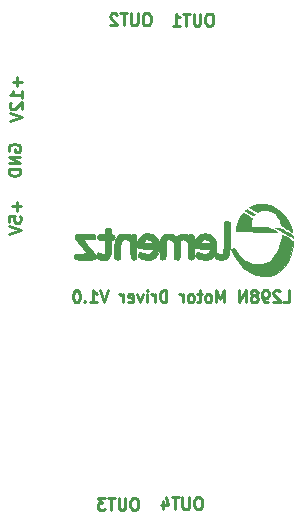
<source format=gbr>
G04 #@! TF.GenerationSoftware,KiCad,Pcbnew,5.1.5-52549c5~86~ubuntu16.04.1*
G04 #@! TF.CreationDate,2020-07-28T14:01:40+05:30*
G04 #@! TF.ProjectId,L298N_Motor_Driver_V1.0,4c323938-4e5f-44d6-9f74-6f725f447269,V1.0*
G04 #@! TF.SameCoordinates,Original*
G04 #@! TF.FileFunction,Legend,Bot*
G04 #@! TF.FilePolarity,Positive*
%FSLAX46Y46*%
G04 Gerber Fmt 4.6, Leading zero omitted, Abs format (unit mm)*
G04 Created by KiCad (PCBNEW 5.1.5-52549c5~86~ubuntu16.04.1) date 2020-07-28 14:01:40*
%MOMM*%
%LPD*%
G04 APERTURE LIST*
%ADD10C,0.250000*%
%ADD11C,0.010000*%
G04 APERTURE END LIST*
D10*
X142932657Y-95600780D02*
X143408847Y-95600780D01*
X143408847Y-94600780D01*
X142646942Y-94696019D02*
X142599323Y-94648400D01*
X142504085Y-94600780D01*
X142265990Y-94600780D01*
X142170752Y-94648400D01*
X142123133Y-94696019D01*
X142075514Y-94791257D01*
X142075514Y-94886495D01*
X142123133Y-95029352D01*
X142694561Y-95600780D01*
X142075514Y-95600780D01*
X141599323Y-95600780D02*
X141408847Y-95600780D01*
X141313609Y-95553161D01*
X141265990Y-95505542D01*
X141170752Y-95362685D01*
X141123133Y-95172209D01*
X141123133Y-94791257D01*
X141170752Y-94696019D01*
X141218371Y-94648400D01*
X141313609Y-94600780D01*
X141504085Y-94600780D01*
X141599323Y-94648400D01*
X141646942Y-94696019D01*
X141694561Y-94791257D01*
X141694561Y-95029352D01*
X141646942Y-95124590D01*
X141599323Y-95172209D01*
X141504085Y-95219828D01*
X141313609Y-95219828D01*
X141218371Y-95172209D01*
X141170752Y-95124590D01*
X141123133Y-95029352D01*
X140551704Y-95029352D02*
X140646942Y-94981733D01*
X140694561Y-94934114D01*
X140742180Y-94838876D01*
X140742180Y-94791257D01*
X140694561Y-94696019D01*
X140646942Y-94648400D01*
X140551704Y-94600780D01*
X140361228Y-94600780D01*
X140265990Y-94648400D01*
X140218371Y-94696019D01*
X140170752Y-94791257D01*
X140170752Y-94838876D01*
X140218371Y-94934114D01*
X140265990Y-94981733D01*
X140361228Y-95029352D01*
X140551704Y-95029352D01*
X140646942Y-95076971D01*
X140694561Y-95124590D01*
X140742180Y-95219828D01*
X140742180Y-95410304D01*
X140694561Y-95505542D01*
X140646942Y-95553161D01*
X140551704Y-95600780D01*
X140361228Y-95600780D01*
X140265990Y-95553161D01*
X140218371Y-95505542D01*
X140170752Y-95410304D01*
X140170752Y-95219828D01*
X140218371Y-95124590D01*
X140265990Y-95076971D01*
X140361228Y-95029352D01*
X139742180Y-95600780D02*
X139742180Y-94600780D01*
X139170752Y-95600780D01*
X139170752Y-94600780D01*
X137932657Y-95600780D02*
X137932657Y-94600780D01*
X137599323Y-95315066D01*
X137265990Y-94600780D01*
X137265990Y-95600780D01*
X136646942Y-95600780D02*
X136742180Y-95553161D01*
X136789800Y-95505542D01*
X136837419Y-95410304D01*
X136837419Y-95124590D01*
X136789800Y-95029352D01*
X136742180Y-94981733D01*
X136646942Y-94934114D01*
X136504085Y-94934114D01*
X136408847Y-94981733D01*
X136361228Y-95029352D01*
X136313609Y-95124590D01*
X136313609Y-95410304D01*
X136361228Y-95505542D01*
X136408847Y-95553161D01*
X136504085Y-95600780D01*
X136646942Y-95600780D01*
X136027895Y-94934114D02*
X135646942Y-94934114D01*
X135885038Y-94600780D02*
X135885038Y-95457923D01*
X135837419Y-95553161D01*
X135742180Y-95600780D01*
X135646942Y-95600780D01*
X135170752Y-95600780D02*
X135265990Y-95553161D01*
X135313609Y-95505542D01*
X135361228Y-95410304D01*
X135361228Y-95124590D01*
X135313609Y-95029352D01*
X135265990Y-94981733D01*
X135170752Y-94934114D01*
X135027895Y-94934114D01*
X134932657Y-94981733D01*
X134885038Y-95029352D01*
X134837419Y-95124590D01*
X134837419Y-95410304D01*
X134885038Y-95505542D01*
X134932657Y-95553161D01*
X135027895Y-95600780D01*
X135170752Y-95600780D01*
X134408847Y-95600780D02*
X134408847Y-94934114D01*
X134408847Y-95124590D02*
X134361228Y-95029352D01*
X134313609Y-94981733D01*
X134218371Y-94934114D01*
X134123133Y-94934114D01*
X133027895Y-95600780D02*
X133027895Y-94600780D01*
X132789800Y-94600780D01*
X132646942Y-94648400D01*
X132551704Y-94743638D01*
X132504085Y-94838876D01*
X132456466Y-95029352D01*
X132456466Y-95172209D01*
X132504085Y-95362685D01*
X132551704Y-95457923D01*
X132646942Y-95553161D01*
X132789800Y-95600780D01*
X133027895Y-95600780D01*
X132027895Y-95600780D02*
X132027895Y-94934114D01*
X132027895Y-95124590D02*
X131980276Y-95029352D01*
X131932657Y-94981733D01*
X131837419Y-94934114D01*
X131742180Y-94934114D01*
X131408847Y-95600780D02*
X131408847Y-94934114D01*
X131408847Y-94600780D02*
X131456466Y-94648400D01*
X131408847Y-94696019D01*
X131361228Y-94648400D01*
X131408847Y-94600780D01*
X131408847Y-94696019D01*
X131027895Y-94934114D02*
X130789800Y-95600780D01*
X130551704Y-94934114D01*
X129789800Y-95553161D02*
X129885038Y-95600780D01*
X130075514Y-95600780D01*
X130170752Y-95553161D01*
X130218371Y-95457923D01*
X130218371Y-95076971D01*
X130170752Y-94981733D01*
X130075514Y-94934114D01*
X129885038Y-94934114D01*
X129789800Y-94981733D01*
X129742180Y-95076971D01*
X129742180Y-95172209D01*
X130218371Y-95267447D01*
X129313609Y-95600780D02*
X129313609Y-94934114D01*
X129313609Y-95124590D02*
X129265990Y-95029352D01*
X129218371Y-94981733D01*
X129123133Y-94934114D01*
X129027895Y-94934114D01*
X128075514Y-94600780D02*
X127742180Y-95600780D01*
X127408847Y-94600780D01*
X126551704Y-95600780D02*
X127123133Y-95600780D01*
X126837419Y-95600780D02*
X126837419Y-94600780D01*
X126932657Y-94743638D01*
X127027895Y-94838876D01*
X127123133Y-94886495D01*
X126123133Y-95505542D02*
X126075514Y-95553161D01*
X126123133Y-95600780D01*
X126170752Y-95553161D01*
X126123133Y-95505542D01*
X126123133Y-95600780D01*
X125456466Y-94600780D02*
X125361228Y-94600780D01*
X125265990Y-94648400D01*
X125218371Y-94696019D01*
X125170752Y-94791257D01*
X125123133Y-94981733D01*
X125123133Y-95219828D01*
X125170752Y-95410304D01*
X125218371Y-95505542D01*
X125265990Y-95553161D01*
X125361228Y-95600780D01*
X125456466Y-95600780D01*
X125551704Y-95553161D01*
X125599323Y-95505542D01*
X125646942Y-95410304D01*
X125694561Y-95219828D01*
X125694561Y-94981733D01*
X125646942Y-94791257D01*
X125599323Y-94696019D01*
X125551704Y-94648400D01*
X125456466Y-94600780D01*
X135816790Y-112126780D02*
X135626314Y-112126780D01*
X135531076Y-112174400D01*
X135435838Y-112269638D01*
X135388219Y-112460114D01*
X135388219Y-112793447D01*
X135435838Y-112983923D01*
X135531076Y-113079161D01*
X135626314Y-113126780D01*
X135816790Y-113126780D01*
X135912028Y-113079161D01*
X136007266Y-112983923D01*
X136054885Y-112793447D01*
X136054885Y-112460114D01*
X136007266Y-112269638D01*
X135912028Y-112174400D01*
X135816790Y-112126780D01*
X134959647Y-112126780D02*
X134959647Y-112936304D01*
X134912028Y-113031542D01*
X134864409Y-113079161D01*
X134769171Y-113126780D01*
X134578695Y-113126780D01*
X134483457Y-113079161D01*
X134435838Y-113031542D01*
X134388219Y-112936304D01*
X134388219Y-112126780D01*
X134054885Y-112126780D02*
X133483457Y-112126780D01*
X133769171Y-113126780D02*
X133769171Y-112126780D01*
X132721552Y-112460114D02*
X132721552Y-113126780D01*
X132959647Y-112079161D02*
X133197742Y-112793447D01*
X132578695Y-112793447D01*
X130406590Y-112202980D02*
X130216114Y-112202980D01*
X130120876Y-112250600D01*
X130025638Y-112345838D01*
X129978019Y-112536314D01*
X129978019Y-112869647D01*
X130025638Y-113060123D01*
X130120876Y-113155361D01*
X130216114Y-113202980D01*
X130406590Y-113202980D01*
X130501828Y-113155361D01*
X130597066Y-113060123D01*
X130644685Y-112869647D01*
X130644685Y-112536314D01*
X130597066Y-112345838D01*
X130501828Y-112250600D01*
X130406590Y-112202980D01*
X129549447Y-112202980D02*
X129549447Y-113012504D01*
X129501828Y-113107742D01*
X129454209Y-113155361D01*
X129358971Y-113202980D01*
X129168495Y-113202980D01*
X129073257Y-113155361D01*
X129025638Y-113107742D01*
X128978019Y-113012504D01*
X128978019Y-112202980D01*
X128644685Y-112202980D02*
X128073257Y-112202980D01*
X128358971Y-113202980D02*
X128358971Y-112202980D01*
X127835161Y-112202980D02*
X127216114Y-112202980D01*
X127549447Y-112583933D01*
X127406590Y-112583933D01*
X127311352Y-112631552D01*
X127263733Y-112679171D01*
X127216114Y-112774409D01*
X127216114Y-113012504D01*
X127263733Y-113107742D01*
X127311352Y-113155361D01*
X127406590Y-113202980D01*
X127692304Y-113202980D01*
X127787542Y-113155361D01*
X127835161Y-113107742D01*
X120340428Y-87106285D02*
X120340428Y-87868190D01*
X120721380Y-87487238D02*
X119959476Y-87487238D01*
X119721380Y-88820571D02*
X119721380Y-88344380D01*
X120197571Y-88296761D01*
X120149952Y-88344380D01*
X120102333Y-88439619D01*
X120102333Y-88677714D01*
X120149952Y-88772952D01*
X120197571Y-88820571D01*
X120292809Y-88868190D01*
X120530904Y-88868190D01*
X120626142Y-88820571D01*
X120673761Y-88772952D01*
X120721380Y-88677714D01*
X120721380Y-88439619D01*
X120673761Y-88344380D01*
X120626142Y-88296761D01*
X119721380Y-89153904D02*
X120721380Y-89487238D01*
X119721380Y-89820571D01*
X119718200Y-82804095D02*
X119670580Y-82708857D01*
X119670580Y-82566000D01*
X119718200Y-82423142D01*
X119813438Y-82327904D01*
X119908676Y-82280285D01*
X120099152Y-82232666D01*
X120242009Y-82232666D01*
X120432485Y-82280285D01*
X120527723Y-82327904D01*
X120622961Y-82423142D01*
X120670580Y-82566000D01*
X120670580Y-82661238D01*
X120622961Y-82804095D01*
X120575342Y-82851714D01*
X120242009Y-82851714D01*
X120242009Y-82661238D01*
X120670580Y-83280285D02*
X119670580Y-83280285D01*
X120670580Y-83851714D01*
X119670580Y-83851714D01*
X120670580Y-84327904D02*
X119670580Y-84327904D01*
X119670580Y-84566000D01*
X119718200Y-84708857D01*
X119813438Y-84804095D01*
X119908676Y-84851714D01*
X120099152Y-84899333D01*
X120242009Y-84899333D01*
X120432485Y-84851714D01*
X120527723Y-84804095D01*
X120622961Y-84708857D01*
X120670580Y-84566000D01*
X120670580Y-84327904D01*
X120391228Y-76571695D02*
X120391228Y-77333600D01*
X120772180Y-76952647D02*
X120010276Y-76952647D01*
X120772180Y-78333600D02*
X120772180Y-77762171D01*
X120772180Y-78047885D02*
X119772180Y-78047885D01*
X119915038Y-77952647D01*
X120010276Y-77857409D01*
X120057895Y-77762171D01*
X119867419Y-78714552D02*
X119819800Y-78762171D01*
X119772180Y-78857409D01*
X119772180Y-79095504D01*
X119819800Y-79190742D01*
X119867419Y-79238361D01*
X119962657Y-79285980D01*
X120057895Y-79285980D01*
X120200752Y-79238361D01*
X120772180Y-78666933D01*
X120772180Y-79285980D01*
X119772180Y-79571695D02*
X120772180Y-79905028D01*
X119772180Y-80238361D01*
X131447990Y-71156580D02*
X131257514Y-71156580D01*
X131162276Y-71204200D01*
X131067038Y-71299438D01*
X131019419Y-71489914D01*
X131019419Y-71823247D01*
X131067038Y-72013723D01*
X131162276Y-72108961D01*
X131257514Y-72156580D01*
X131447990Y-72156580D01*
X131543228Y-72108961D01*
X131638466Y-72013723D01*
X131686085Y-71823247D01*
X131686085Y-71489914D01*
X131638466Y-71299438D01*
X131543228Y-71204200D01*
X131447990Y-71156580D01*
X130590847Y-71156580D02*
X130590847Y-71966104D01*
X130543228Y-72061342D01*
X130495609Y-72108961D01*
X130400371Y-72156580D01*
X130209895Y-72156580D01*
X130114657Y-72108961D01*
X130067038Y-72061342D01*
X130019419Y-71966104D01*
X130019419Y-71156580D01*
X129686085Y-71156580D02*
X129114657Y-71156580D01*
X129400371Y-72156580D02*
X129400371Y-71156580D01*
X128828942Y-71251819D02*
X128781323Y-71204200D01*
X128686085Y-71156580D01*
X128447990Y-71156580D01*
X128352752Y-71204200D01*
X128305133Y-71251819D01*
X128257514Y-71347057D01*
X128257514Y-71442295D01*
X128305133Y-71585152D01*
X128876561Y-72156580D01*
X128257514Y-72156580D01*
X136756590Y-71181980D02*
X136566114Y-71181980D01*
X136470876Y-71229600D01*
X136375638Y-71324838D01*
X136328019Y-71515314D01*
X136328019Y-71848647D01*
X136375638Y-72039123D01*
X136470876Y-72134361D01*
X136566114Y-72181980D01*
X136756590Y-72181980D01*
X136851828Y-72134361D01*
X136947066Y-72039123D01*
X136994685Y-71848647D01*
X136994685Y-71515314D01*
X136947066Y-71324838D01*
X136851828Y-71229600D01*
X136756590Y-71181980D01*
X135899447Y-71181980D02*
X135899447Y-71991504D01*
X135851828Y-72086742D01*
X135804209Y-72134361D01*
X135708971Y-72181980D01*
X135518495Y-72181980D01*
X135423257Y-72134361D01*
X135375638Y-72086742D01*
X135328019Y-71991504D01*
X135328019Y-71181980D01*
X134994685Y-71181980D02*
X134423257Y-71181980D01*
X134708971Y-72181980D02*
X134708971Y-71181980D01*
X133566114Y-72181980D02*
X134137542Y-72181980D01*
X133851828Y-72181980D02*
X133851828Y-71181980D01*
X133947066Y-71324838D01*
X134042304Y-71420076D01*
X134137542Y-71467695D01*
D11*
G36*
X139777375Y-87759479D02*
G01*
X139730082Y-87793435D01*
X139707284Y-87817495D01*
X139703049Y-87840277D01*
X139724706Y-87868146D01*
X139779585Y-87907464D01*
X139875016Y-87964596D01*
X140018329Y-88045904D01*
X140025606Y-88050000D01*
X140160835Y-88125372D01*
X140275600Y-88187964D01*
X140358893Y-88231872D01*
X140399705Y-88251192D01*
X140401517Y-88251607D01*
X140434959Y-88231331D01*
X140471626Y-88195705D01*
X140489739Y-88170175D01*
X140488204Y-88145282D01*
X140459336Y-88114454D01*
X140395448Y-88071120D01*
X140288854Y-88008710D01*
X140183797Y-87949643D01*
X140051000Y-87875717D01*
X139938036Y-87813365D01*
X139856632Y-87769025D01*
X139818519Y-87749132D01*
X139818164Y-87748979D01*
X139777375Y-87759479D01*
G37*
X139777375Y-87759479D02*
X139730082Y-87793435D01*
X139707284Y-87817495D01*
X139703049Y-87840277D01*
X139724706Y-87868146D01*
X139779585Y-87907464D01*
X139875016Y-87964596D01*
X140018329Y-88045904D01*
X140025606Y-88050000D01*
X140160835Y-88125372D01*
X140275600Y-88187964D01*
X140358893Y-88231872D01*
X140399705Y-88251192D01*
X140401517Y-88251607D01*
X140434959Y-88231331D01*
X140471626Y-88195705D01*
X140489739Y-88170175D01*
X140488204Y-88145282D01*
X140459336Y-88114454D01*
X140395448Y-88071120D01*
X140288854Y-88008710D01*
X140183797Y-87949643D01*
X140051000Y-87875717D01*
X139938036Y-87813365D01*
X139856632Y-87769025D01*
X139818519Y-87749132D01*
X139818164Y-87748979D01*
X139777375Y-87759479D01*
G36*
X140727804Y-87330627D02*
G01*
X140423603Y-87393985D01*
X140153097Y-87498815D01*
X140120440Y-87515824D01*
X140017005Y-87571562D01*
X140721253Y-87960632D01*
X140893568Y-87881743D01*
X141092242Y-87816282D01*
X141299204Y-87785209D01*
X141584230Y-87788879D01*
X141839268Y-87847094D01*
X142070394Y-87962135D01*
X142283683Y-88136280D01*
X142312287Y-88165321D01*
X142413997Y-88291175D01*
X142517092Y-88452555D01*
X142611151Y-88629544D01*
X142685756Y-88802222D01*
X142730486Y-88950673D01*
X142734394Y-88972221D01*
X142741472Y-89013816D01*
X142752280Y-89049246D01*
X142773078Y-89083011D01*
X142810131Y-89119609D01*
X142869698Y-89163542D01*
X142958044Y-89219307D01*
X143081429Y-89291405D01*
X143246116Y-89384336D01*
X143458368Y-89502598D01*
X143521069Y-89537468D01*
X143675012Y-89623086D01*
X143652319Y-89517130D01*
X143564421Y-89218058D01*
X143429705Y-88905496D01*
X143257334Y-88595915D01*
X143056477Y-88305792D01*
X142837759Y-88053088D01*
X142626299Y-87863529D01*
X142383568Y-87688549D01*
X142134273Y-87545120D01*
X142025011Y-87494753D01*
X141714305Y-87390804D01*
X141385983Y-87328895D01*
X141052874Y-87308883D01*
X140727804Y-87330627D01*
G37*
X140727804Y-87330627D02*
X140423603Y-87393985D01*
X140153097Y-87498815D01*
X140120440Y-87515824D01*
X140017005Y-87571562D01*
X140721253Y-87960632D01*
X140893568Y-87881743D01*
X141092242Y-87816282D01*
X141299204Y-87785209D01*
X141584230Y-87788879D01*
X141839268Y-87847094D01*
X142070394Y-87962135D01*
X142283683Y-88136280D01*
X142312287Y-88165321D01*
X142413997Y-88291175D01*
X142517092Y-88452555D01*
X142611151Y-88629544D01*
X142685756Y-88802222D01*
X142730486Y-88950673D01*
X142734394Y-88972221D01*
X142741472Y-89013816D01*
X142752280Y-89049246D01*
X142773078Y-89083011D01*
X142810131Y-89119609D01*
X142869698Y-89163542D01*
X142958044Y-89219307D01*
X143081429Y-89291405D01*
X143246116Y-89384336D01*
X143458368Y-89502598D01*
X143521069Y-89537468D01*
X143675012Y-89623086D01*
X143652319Y-89517130D01*
X143564421Y-89218058D01*
X143429705Y-88905496D01*
X143257334Y-88595915D01*
X143056477Y-88305792D01*
X142837759Y-88053088D01*
X142626299Y-87863529D01*
X142383568Y-87688549D01*
X142134273Y-87545120D01*
X142025011Y-87494753D01*
X141714305Y-87390804D01*
X141385983Y-87328895D01*
X141052874Y-87308883D01*
X140727804Y-87330627D01*
G36*
X139437155Y-88104061D02*
G01*
X139351953Y-88224024D01*
X139257662Y-88382248D01*
X139166011Y-88557001D01*
X139088731Y-88726554D01*
X139057236Y-88807925D01*
X139008746Y-88956269D01*
X138964897Y-89111826D01*
X138928496Y-89261680D01*
X138902348Y-89392914D01*
X138889259Y-89492610D01*
X138892033Y-89547854D01*
X138895386Y-89553076D01*
X138931932Y-89559151D01*
X139025140Y-89566527D01*
X139168190Y-89574883D01*
X139354265Y-89583899D01*
X139576547Y-89593256D01*
X139828217Y-89602634D01*
X140102457Y-89611714D01*
X140223875Y-89615395D01*
X140525295Y-89624421D01*
X140823801Y-89633617D01*
X141109577Y-89642661D01*
X141372806Y-89651233D01*
X141603671Y-89659012D01*
X141792355Y-89665678D01*
X141929042Y-89670910D01*
X141946313Y-89671630D01*
X142101339Y-89677008D01*
X142230618Y-89679207D01*
X142322495Y-89678203D01*
X142365316Y-89673971D01*
X142367000Y-89672525D01*
X142343657Y-89647930D01*
X142271936Y-89600329D01*
X142149300Y-89528188D01*
X141973211Y-89429974D01*
X141895408Y-89387483D01*
X141661941Y-89260535D01*
X140939360Y-89237254D01*
X140729894Y-89229503D01*
X140540701Y-89220598D01*
X140381365Y-89211146D01*
X140261467Y-89201751D01*
X140190589Y-89193020D01*
X140176411Y-89189024D01*
X140155693Y-89143658D01*
X140149077Y-89053988D01*
X140155127Y-88937279D01*
X140172405Y-88810794D01*
X140199476Y-88691800D01*
X140223600Y-88621930D01*
X140251223Y-88541651D01*
X140258440Y-88487619D01*
X140255115Y-88479055D01*
X140221446Y-88456544D01*
X140143355Y-88409203D01*
X140031685Y-88343475D01*
X139897281Y-88265800D01*
X139864318Y-88246936D01*
X139493625Y-88035198D01*
X139437155Y-88104061D01*
G37*
X139437155Y-88104061D02*
X139351953Y-88224024D01*
X139257662Y-88382248D01*
X139166011Y-88557001D01*
X139088731Y-88726554D01*
X139057236Y-88807925D01*
X139008746Y-88956269D01*
X138964897Y-89111826D01*
X138928496Y-89261680D01*
X138902348Y-89392914D01*
X138889259Y-89492610D01*
X138892033Y-89547854D01*
X138895386Y-89553076D01*
X138931932Y-89559151D01*
X139025140Y-89566527D01*
X139168190Y-89574883D01*
X139354265Y-89583899D01*
X139576547Y-89593256D01*
X139828217Y-89602634D01*
X140102457Y-89611714D01*
X140223875Y-89615395D01*
X140525295Y-89624421D01*
X140823801Y-89633617D01*
X141109577Y-89642661D01*
X141372806Y-89651233D01*
X141603671Y-89659012D01*
X141792355Y-89665678D01*
X141929042Y-89670910D01*
X141946313Y-89671630D01*
X142101339Y-89677008D01*
X142230618Y-89679207D01*
X142322495Y-89678203D01*
X142365316Y-89673971D01*
X142367000Y-89672525D01*
X142343657Y-89647930D01*
X142271936Y-89600329D01*
X142149300Y-89528188D01*
X141973211Y-89429974D01*
X141895408Y-89387483D01*
X141661941Y-89260535D01*
X140939360Y-89237254D01*
X140729894Y-89229503D01*
X140540701Y-89220598D01*
X140381365Y-89211146D01*
X140261467Y-89201751D01*
X140190589Y-89193020D01*
X140176411Y-89189024D01*
X140155693Y-89143658D01*
X140149077Y-89053988D01*
X140155127Y-88937279D01*
X140172405Y-88810794D01*
X140199476Y-88691800D01*
X140223600Y-88621930D01*
X140251223Y-88541651D01*
X140258440Y-88487619D01*
X140255115Y-88479055D01*
X140221446Y-88456544D01*
X140143355Y-88409203D01*
X140031685Y-88343475D01*
X139897281Y-88265800D01*
X139864318Y-88246936D01*
X139493625Y-88035198D01*
X139437155Y-88104061D01*
G36*
X142618582Y-89506425D02*
G01*
X142753083Y-89583218D01*
X142866299Y-89647053D01*
X142947660Y-89692028D01*
X142986598Y-89712244D01*
X142988320Y-89712800D01*
X143018874Y-89727407D01*
X143089044Y-89765689D01*
X143182862Y-89818912D01*
X143317496Y-89896006D01*
X143465226Y-89979954D01*
X143549688Y-90027617D01*
X143732250Y-90130210D01*
X143732251Y-90037065D01*
X143729235Y-90004089D01*
X143715501Y-89972990D01*
X143684022Y-89938674D01*
X143627767Y-89896049D01*
X143539708Y-89840022D01*
X143412816Y-89765502D01*
X143240061Y-89667394D01*
X143159354Y-89621985D01*
X142963325Y-89512532D01*
X142813003Y-89430939D01*
X142699185Y-89373183D01*
X142612663Y-89335240D01*
X142544231Y-89313086D01*
X142484683Y-89302698D01*
X142424814Y-89300051D01*
X142422791Y-89300050D01*
X142259123Y-89300050D01*
X142618582Y-89506425D01*
G37*
X142618582Y-89506425D02*
X142753083Y-89583218D01*
X142866299Y-89647053D01*
X142947660Y-89692028D01*
X142986598Y-89712244D01*
X142988320Y-89712800D01*
X143018874Y-89727407D01*
X143089044Y-89765689D01*
X143182862Y-89818912D01*
X143317496Y-89896006D01*
X143465226Y-89979954D01*
X143549688Y-90027617D01*
X143732250Y-90130210D01*
X143732251Y-90037065D01*
X143729235Y-90004089D01*
X143715501Y-89972990D01*
X143684022Y-89938674D01*
X143627767Y-89896049D01*
X143539708Y-89840022D01*
X143412816Y-89765502D01*
X143240061Y-89667394D01*
X143159354Y-89621985D01*
X142963325Y-89512532D01*
X142813003Y-89430939D01*
X142699185Y-89373183D01*
X142612663Y-89335240D01*
X142544231Y-89313086D01*
X142484683Y-89302698D01*
X142424814Y-89300051D01*
X142422791Y-89300050D01*
X142259123Y-89300050D01*
X142618582Y-89506425D01*
G36*
X129358667Y-89802688D02*
G01*
X129177313Y-89836382D01*
X129079625Y-89870196D01*
X128924705Y-89951452D01*
X128813826Y-90047581D01*
X128727612Y-90176713D01*
X128705880Y-90219944D01*
X128683650Y-90270613D01*
X128666530Y-90324093D01*
X128653684Y-90389610D01*
X128644276Y-90476393D01*
X128637470Y-90593671D01*
X128632430Y-90750671D01*
X128628320Y-90956622D01*
X128626047Y-91101200D01*
X128615040Y-91838725D01*
X128695077Y-91918762D01*
X128802378Y-91985218D01*
X128927605Y-91992991D01*
X129032000Y-91957766D01*
X129111375Y-91917668D01*
X129127250Y-91188223D01*
X129132533Y-90954635D01*
X129137528Y-90776081D01*
X129143190Y-90644108D01*
X129150475Y-90550261D01*
X129160335Y-90486087D01*
X129173727Y-90443133D01*
X129191603Y-90412944D01*
X129214918Y-90387067D01*
X129218052Y-90383924D01*
X129331117Y-90312751D01*
X129472629Y-90284372D01*
X129625126Y-90297712D01*
X129771148Y-90351693D01*
X129872458Y-90424252D01*
X129984500Y-90529922D01*
X129984500Y-91167617D01*
X129986405Y-91415546D01*
X129991962Y-91616731D01*
X130000931Y-91766390D01*
X130013076Y-91859739D01*
X130020121Y-91883490D01*
X130087328Y-91959199D01*
X130196232Y-91993797D01*
X130338325Y-91985054D01*
X130375241Y-91976566D01*
X130429354Y-91937577D01*
X130462553Y-91882932D01*
X130470275Y-91831614D01*
X130477258Y-91725653D01*
X130483236Y-91573905D01*
X130487942Y-91385227D01*
X130491108Y-91168472D01*
X130492468Y-90932499D01*
X130492500Y-90889764D01*
X130492316Y-90624274D01*
X130491434Y-90414803D01*
X130489361Y-90253870D01*
X130485604Y-90133996D01*
X130479670Y-90047699D01*
X130471066Y-89987498D01*
X130459297Y-89945914D01*
X130443872Y-89915466D01*
X130426696Y-89891706D01*
X130340597Y-89828164D01*
X130231000Y-89806321D01*
X130123595Y-89828450D01*
X130074386Y-89860529D01*
X130033834Y-89890508D01*
X129991488Y-89894410D01*
X129924749Y-89871302D01*
X129882397Y-89852592D01*
X129734516Y-89810282D01*
X129552171Y-89793817D01*
X129358667Y-89802688D01*
G37*
X129358667Y-89802688D02*
X129177313Y-89836382D01*
X129079625Y-89870196D01*
X128924705Y-89951452D01*
X128813826Y-90047581D01*
X128727612Y-90176713D01*
X128705880Y-90219944D01*
X128683650Y-90270613D01*
X128666530Y-90324093D01*
X128653684Y-90389610D01*
X128644276Y-90476393D01*
X128637470Y-90593671D01*
X128632430Y-90750671D01*
X128628320Y-90956622D01*
X128626047Y-91101200D01*
X128615040Y-91838725D01*
X128695077Y-91918762D01*
X128802378Y-91985218D01*
X128927605Y-91992991D01*
X129032000Y-91957766D01*
X129111375Y-91917668D01*
X129127250Y-91188223D01*
X129132533Y-90954635D01*
X129137528Y-90776081D01*
X129143190Y-90644108D01*
X129150475Y-90550261D01*
X129160335Y-90486087D01*
X129173727Y-90443133D01*
X129191603Y-90412944D01*
X129214918Y-90387067D01*
X129218052Y-90383924D01*
X129331117Y-90312751D01*
X129472629Y-90284372D01*
X129625126Y-90297712D01*
X129771148Y-90351693D01*
X129872458Y-90424252D01*
X129984500Y-90529922D01*
X129984500Y-91167617D01*
X129986405Y-91415546D01*
X129991962Y-91616731D01*
X130000931Y-91766390D01*
X130013076Y-91859739D01*
X130020121Y-91883490D01*
X130087328Y-91959199D01*
X130196232Y-91993797D01*
X130338325Y-91985054D01*
X130375241Y-91976566D01*
X130429354Y-91937577D01*
X130462553Y-91882932D01*
X130470275Y-91831614D01*
X130477258Y-91725653D01*
X130483236Y-91573905D01*
X130487942Y-91385227D01*
X130491108Y-91168472D01*
X130492468Y-90932499D01*
X130492500Y-90889764D01*
X130492316Y-90624274D01*
X130491434Y-90414803D01*
X130489361Y-90253870D01*
X130485604Y-90133996D01*
X130479670Y-90047699D01*
X130471066Y-89987498D01*
X130459297Y-89945914D01*
X130443872Y-89915466D01*
X130426696Y-89891706D01*
X130340597Y-89828164D01*
X130231000Y-89806321D01*
X130123595Y-89828450D01*
X130074386Y-89860529D01*
X130033834Y-89890508D01*
X129991488Y-89894410D01*
X129924749Y-89871302D01*
X129882397Y-89852592D01*
X129734516Y-89810282D01*
X129552171Y-89793817D01*
X129358667Y-89802688D01*
G36*
X133070241Y-89806294D02*
G01*
X132890534Y-89856532D01*
X132864048Y-89868562D01*
X132757466Y-89933621D01*
X132662473Y-90013634D01*
X132632086Y-90047993D01*
X132580056Y-90123632D01*
X132539541Y-90203768D01*
X132509164Y-90297318D01*
X132487548Y-90413200D01*
X132473316Y-90560332D01*
X132465094Y-90747632D01*
X132461504Y-90984018D01*
X132461000Y-91156484D01*
X132461261Y-91385811D01*
X132462545Y-91560273D01*
X132465612Y-91688502D01*
X132471219Y-91779132D01*
X132480122Y-91840797D01*
X132493078Y-91882130D01*
X132510846Y-91911764D01*
X132529101Y-91932923D01*
X132584771Y-91979234D01*
X132650741Y-91995193D01*
X132738237Y-91990124D01*
X132832779Y-91972519D01*
X132902212Y-91947245D01*
X132916199Y-91937380D01*
X132930625Y-91893046D01*
X132943123Y-91789990D01*
X132953779Y-91626980D01*
X132962674Y-91402785D01*
X132969000Y-91159161D01*
X132974499Y-90920948D01*
X132980010Y-90737989D01*
X132986313Y-90602041D01*
X132994186Y-90504862D01*
X133004409Y-90438210D01*
X133017761Y-90393843D01*
X133035019Y-90363518D01*
X133045359Y-90351044D01*
X133136785Y-90293418D01*
X133252814Y-90281516D01*
X133378381Y-90311472D01*
X133498422Y-90379425D01*
X133597873Y-90481509D01*
X133607243Y-90495161D01*
X133627560Y-90531454D01*
X133642732Y-90576287D01*
X133653499Y-90638865D01*
X133660599Y-90728396D01*
X133664772Y-90854085D01*
X133666757Y-91025139D01*
X133667291Y-91242937D01*
X133667583Y-91463068D01*
X133668878Y-91628380D01*
X133672047Y-91747554D01*
X133677958Y-91829273D01*
X133687482Y-91882215D01*
X133701489Y-91915064D01*
X133720848Y-91936500D01*
X133738065Y-91949374D01*
X133825634Y-91988022D01*
X133894218Y-91998800D01*
X133976588Y-91994598D01*
X134041201Y-91977462D01*
X134090189Y-91940592D01*
X134125680Y-91877189D01*
X134149806Y-91780455D01*
X134164697Y-91643590D01*
X134172482Y-91459796D01*
X134175291Y-91222275D01*
X134175500Y-91101036D01*
X134175698Y-90876844D01*
X134176864Y-90707397D01*
X134179858Y-90583943D01*
X134185541Y-90497726D01*
X134194774Y-90439993D01*
X134208416Y-90401990D01*
X134227329Y-90374963D01*
X134248984Y-90353334D01*
X134349684Y-90298623D01*
X134472756Y-90288401D01*
X134600361Y-90318009D01*
X134714663Y-90382788D01*
X134797823Y-90478080D01*
X134808756Y-90499524D01*
X134820384Y-90557300D01*
X134829955Y-90669914D01*
X134837049Y-90828728D01*
X134841250Y-91025102D01*
X134842250Y-91192756D01*
X134843486Y-91429277D01*
X134847956Y-91610625D01*
X134856806Y-91745093D01*
X134871180Y-91840975D01*
X134892224Y-91906563D01*
X134921083Y-91950149D01*
X134950191Y-91974501D01*
X135010497Y-91990616D01*
X135104636Y-91993483D01*
X135204297Y-91982897D01*
X135232991Y-91976566D01*
X135287104Y-91937577D01*
X135320303Y-91882932D01*
X135328025Y-91831614D01*
X135335008Y-91725653D01*
X135340986Y-91573905D01*
X135345692Y-91385227D01*
X135348858Y-91168472D01*
X135350218Y-90932499D01*
X135350250Y-90889764D01*
X135350066Y-90624274D01*
X135349184Y-90414803D01*
X135347111Y-90253870D01*
X135343354Y-90133996D01*
X135337420Y-90047699D01*
X135328816Y-89987498D01*
X135317047Y-89945914D01*
X135301622Y-89915466D01*
X135284446Y-89891706D01*
X135199461Y-89828830D01*
X135090976Y-89806150D01*
X134984858Y-89826162D01*
X134934950Y-89857983D01*
X134892519Y-89887889D01*
X134847950Y-89886566D01*
X134775457Y-89853082D01*
X134773700Y-89852159D01*
X134623397Y-89804385D01*
X134443975Y-89795308D01*
X134254490Y-89822261D01*
X134074002Y-89882575D01*
X133924813Y-89971008D01*
X133868320Y-90010837D01*
X133830620Y-90010502D01*
X133781405Y-89970027D01*
X133641425Y-89878446D01*
X133464018Y-89819278D01*
X133267513Y-89794552D01*
X133070241Y-89806294D01*
G37*
X133070241Y-89806294D02*
X132890534Y-89856532D01*
X132864048Y-89868562D01*
X132757466Y-89933621D01*
X132662473Y-90013634D01*
X132632086Y-90047993D01*
X132580056Y-90123632D01*
X132539541Y-90203768D01*
X132509164Y-90297318D01*
X132487548Y-90413200D01*
X132473316Y-90560332D01*
X132465094Y-90747632D01*
X132461504Y-90984018D01*
X132461000Y-91156484D01*
X132461261Y-91385811D01*
X132462545Y-91560273D01*
X132465612Y-91688502D01*
X132471219Y-91779132D01*
X132480122Y-91840797D01*
X132493078Y-91882130D01*
X132510846Y-91911764D01*
X132529101Y-91932923D01*
X132584771Y-91979234D01*
X132650741Y-91995193D01*
X132738237Y-91990124D01*
X132832779Y-91972519D01*
X132902212Y-91947245D01*
X132916199Y-91937380D01*
X132930625Y-91893046D01*
X132943123Y-91789990D01*
X132953779Y-91626980D01*
X132962674Y-91402785D01*
X132969000Y-91159161D01*
X132974499Y-90920948D01*
X132980010Y-90737989D01*
X132986313Y-90602041D01*
X132994186Y-90504862D01*
X133004409Y-90438210D01*
X133017761Y-90393843D01*
X133035019Y-90363518D01*
X133045359Y-90351044D01*
X133136785Y-90293418D01*
X133252814Y-90281516D01*
X133378381Y-90311472D01*
X133498422Y-90379425D01*
X133597873Y-90481509D01*
X133607243Y-90495161D01*
X133627560Y-90531454D01*
X133642732Y-90576287D01*
X133653499Y-90638865D01*
X133660599Y-90728396D01*
X133664772Y-90854085D01*
X133666757Y-91025139D01*
X133667291Y-91242937D01*
X133667583Y-91463068D01*
X133668878Y-91628380D01*
X133672047Y-91747554D01*
X133677958Y-91829273D01*
X133687482Y-91882215D01*
X133701489Y-91915064D01*
X133720848Y-91936500D01*
X133738065Y-91949374D01*
X133825634Y-91988022D01*
X133894218Y-91998800D01*
X133976588Y-91994598D01*
X134041201Y-91977462D01*
X134090189Y-91940592D01*
X134125680Y-91877189D01*
X134149806Y-91780455D01*
X134164697Y-91643590D01*
X134172482Y-91459796D01*
X134175291Y-91222275D01*
X134175500Y-91101036D01*
X134175698Y-90876844D01*
X134176864Y-90707397D01*
X134179858Y-90583943D01*
X134185541Y-90497726D01*
X134194774Y-90439993D01*
X134208416Y-90401990D01*
X134227329Y-90374963D01*
X134248984Y-90353334D01*
X134349684Y-90298623D01*
X134472756Y-90288401D01*
X134600361Y-90318009D01*
X134714663Y-90382788D01*
X134797823Y-90478080D01*
X134808756Y-90499524D01*
X134820384Y-90557300D01*
X134829955Y-90669914D01*
X134837049Y-90828728D01*
X134841250Y-91025102D01*
X134842250Y-91192756D01*
X134843486Y-91429277D01*
X134847956Y-91610625D01*
X134856806Y-91745093D01*
X134871180Y-91840975D01*
X134892224Y-91906563D01*
X134921083Y-91950149D01*
X134950191Y-91974501D01*
X135010497Y-91990616D01*
X135104636Y-91993483D01*
X135204297Y-91982897D01*
X135232991Y-91976566D01*
X135287104Y-91937577D01*
X135320303Y-91882932D01*
X135328025Y-91831614D01*
X135335008Y-91725653D01*
X135340986Y-91573905D01*
X135345692Y-91385227D01*
X135348858Y-91168472D01*
X135350218Y-90932499D01*
X135350250Y-90889764D01*
X135350066Y-90624274D01*
X135349184Y-90414803D01*
X135347111Y-90253870D01*
X135343354Y-90133996D01*
X135337420Y-90047699D01*
X135328816Y-89987498D01*
X135317047Y-89945914D01*
X135301622Y-89915466D01*
X135284446Y-89891706D01*
X135199461Y-89828830D01*
X135090976Y-89806150D01*
X134984858Y-89826162D01*
X134934950Y-89857983D01*
X134892519Y-89887889D01*
X134847950Y-89886566D01*
X134775457Y-89853082D01*
X134773700Y-89852159D01*
X134623397Y-89804385D01*
X134443975Y-89795308D01*
X134254490Y-89822261D01*
X134074002Y-89882575D01*
X133924813Y-89971008D01*
X133868320Y-90010837D01*
X133830620Y-90010502D01*
X133781405Y-89970027D01*
X133641425Y-89878446D01*
X133464018Y-89819278D01*
X133267513Y-89794552D01*
X133070241Y-89806294D01*
G36*
X127967363Y-89310660D02*
G01*
X127892657Y-89348787D01*
X127848685Y-89423869D01*
X127828748Y-89545346D01*
X127825500Y-89657996D01*
X127825500Y-89874812D01*
X127549871Y-89868738D01*
X127415724Y-89866940D01*
X127329026Y-89871172D01*
X127273772Y-89885078D01*
X127233955Y-89912300D01*
X127200621Y-89948252D01*
X127150773Y-90020710D01*
X127127642Y-90082972D01*
X127127434Y-90087632D01*
X127146429Y-90208216D01*
X127204883Y-90293980D01*
X127308365Y-90348484D01*
X127462443Y-90375284D01*
X127584337Y-90379550D01*
X127825500Y-90379550D01*
X127825500Y-90889637D01*
X127823449Y-91121931D01*
X127815122Y-91296538D01*
X127797257Y-91419200D01*
X127766593Y-91495658D01*
X127719870Y-91531653D01*
X127653827Y-91532928D01*
X127565201Y-91505223D01*
X127493487Y-91474186D01*
X127389404Y-91431291D01*
X127300356Y-91402729D01*
X127258339Y-91395550D01*
X127190923Y-91422369D01*
X127124043Y-91488168D01*
X127075989Y-91570959D01*
X127063305Y-91630019D01*
X127059403Y-91668132D01*
X127042916Y-91655323D01*
X127015868Y-91606595D01*
X126959925Y-91516731D01*
X126905721Y-91447845D01*
X126867953Y-91403208D01*
X126797869Y-91316893D01*
X126702185Y-91197307D01*
X126587617Y-91052859D01*
X126460880Y-90891958D01*
X126413853Y-90831987D01*
X125984890Y-90284300D01*
X126439899Y-90284300D01*
X126621999Y-90283445D01*
X126751336Y-90280063D01*
X126838635Y-90272926D01*
X126894622Y-90260809D01*
X126930020Y-90242484D01*
X126947455Y-90226237D01*
X126988674Y-90140227D01*
X126997208Y-90028406D01*
X126972799Y-89919561D01*
X126950575Y-89878614D01*
X126933477Y-89856595D01*
X126911660Y-89839711D01*
X126877200Y-89827279D01*
X126822174Y-89818619D01*
X126738656Y-89813049D01*
X126618723Y-89809888D01*
X126454451Y-89808453D01*
X126237916Y-89808065D01*
X126129996Y-89808050D01*
X125871684Y-89808369D01*
X125669893Y-89810657D01*
X125517645Y-89816910D01*
X125407962Y-89829125D01*
X125333863Y-89849297D01*
X125288372Y-89879422D01*
X125264508Y-89921497D01*
X125255295Y-89977518D01*
X125253752Y-90049480D01*
X125253750Y-90058680D01*
X125257487Y-90118877D01*
X125272956Y-90176311D01*
X125306550Y-90242349D01*
X125364660Y-90328361D01*
X125453675Y-90445718D01*
X125515688Y-90524663D01*
X125644585Y-90687787D01*
X125789002Y-90870563D01*
X125929146Y-91047940D01*
X126022049Y-91165533D01*
X126266473Y-91474925D01*
X125810935Y-91490800D01*
X125626270Y-91498291D01*
X125494136Y-91506878D01*
X125403565Y-91518165D01*
X125343589Y-91533754D01*
X125303241Y-91555251D01*
X125288699Y-91567158D01*
X125235905Y-91653270D01*
X125220989Y-91763910D01*
X125244181Y-91872467D01*
X125285500Y-91935300D01*
X125308332Y-91954985D01*
X125337827Y-91970127D01*
X125381948Y-91981319D01*
X125448659Y-91989155D01*
X125545923Y-91994227D01*
X125681703Y-91997129D01*
X125863964Y-91998454D01*
X126100667Y-91998796D01*
X126137830Y-91998800D01*
X126391009Y-91998658D01*
X126588410Y-91997166D01*
X126737757Y-91992724D01*
X126846770Y-91983729D01*
X126923172Y-91968580D01*
X126974686Y-91945678D01*
X127009032Y-91913420D01*
X127033934Y-91870207D01*
X127057113Y-91814436D01*
X127059816Y-91807647D01*
X127083262Y-91762883D01*
X127093097Y-91779378D01*
X127093238Y-91782325D01*
X127125664Y-91849238D01*
X127210533Y-91911795D01*
X127336814Y-91963857D01*
X127479006Y-91997032D01*
X127593936Y-92015296D01*
X127670429Y-92023882D01*
X127732814Y-92022729D01*
X127805423Y-92011775D01*
X127886789Y-91995999D01*
X128042049Y-91935732D01*
X128130484Y-91868545D01*
X128198313Y-91792269D01*
X128249757Y-91705752D01*
X128286866Y-91599419D01*
X128311693Y-91463694D01*
X128326291Y-91289002D01*
X128332711Y-91065768D01*
X128333500Y-90921271D01*
X128333789Y-90724304D01*
X128335376Y-90581972D01*
X128339339Y-90485409D01*
X128346757Y-90425751D01*
X128358710Y-90394132D01*
X128376278Y-90381687D01*
X128399443Y-90379550D01*
X128474011Y-90353622D01*
X128553615Y-90289361D01*
X128618868Y-90207046D01*
X128650382Y-90126960D01*
X128651000Y-90116399D01*
X128624870Y-90014254D01*
X128558303Y-89928210D01*
X128469037Y-89877606D01*
X128426446Y-89871550D01*
X128333500Y-89871550D01*
X128333500Y-89656364D01*
X128325873Y-89498721D01*
X128298508Y-89393800D01*
X128244684Y-89332172D01*
X128157679Y-89304406D01*
X128079500Y-89300050D01*
X127967363Y-89310660D01*
G37*
X127967363Y-89310660D02*
X127892657Y-89348787D01*
X127848685Y-89423869D01*
X127828748Y-89545346D01*
X127825500Y-89657996D01*
X127825500Y-89874812D01*
X127549871Y-89868738D01*
X127415724Y-89866940D01*
X127329026Y-89871172D01*
X127273772Y-89885078D01*
X127233955Y-89912300D01*
X127200621Y-89948252D01*
X127150773Y-90020710D01*
X127127642Y-90082972D01*
X127127434Y-90087632D01*
X127146429Y-90208216D01*
X127204883Y-90293980D01*
X127308365Y-90348484D01*
X127462443Y-90375284D01*
X127584337Y-90379550D01*
X127825500Y-90379550D01*
X127825500Y-90889637D01*
X127823449Y-91121931D01*
X127815122Y-91296538D01*
X127797257Y-91419200D01*
X127766593Y-91495658D01*
X127719870Y-91531653D01*
X127653827Y-91532928D01*
X127565201Y-91505223D01*
X127493487Y-91474186D01*
X127389404Y-91431291D01*
X127300356Y-91402729D01*
X127258339Y-91395550D01*
X127190923Y-91422369D01*
X127124043Y-91488168D01*
X127075989Y-91570959D01*
X127063305Y-91630019D01*
X127059403Y-91668132D01*
X127042916Y-91655323D01*
X127015868Y-91606595D01*
X126959925Y-91516731D01*
X126905721Y-91447845D01*
X126867953Y-91403208D01*
X126797869Y-91316893D01*
X126702185Y-91197307D01*
X126587617Y-91052859D01*
X126460880Y-90891958D01*
X126413853Y-90831987D01*
X125984890Y-90284300D01*
X126439899Y-90284300D01*
X126621999Y-90283445D01*
X126751336Y-90280063D01*
X126838635Y-90272926D01*
X126894622Y-90260809D01*
X126930020Y-90242484D01*
X126947455Y-90226237D01*
X126988674Y-90140227D01*
X126997208Y-90028406D01*
X126972799Y-89919561D01*
X126950575Y-89878614D01*
X126933477Y-89856595D01*
X126911660Y-89839711D01*
X126877200Y-89827279D01*
X126822174Y-89818619D01*
X126738656Y-89813049D01*
X126618723Y-89809888D01*
X126454451Y-89808453D01*
X126237916Y-89808065D01*
X126129996Y-89808050D01*
X125871684Y-89808369D01*
X125669893Y-89810657D01*
X125517645Y-89816910D01*
X125407962Y-89829125D01*
X125333863Y-89849297D01*
X125288372Y-89879422D01*
X125264508Y-89921497D01*
X125255295Y-89977518D01*
X125253752Y-90049480D01*
X125253750Y-90058680D01*
X125257487Y-90118877D01*
X125272956Y-90176311D01*
X125306550Y-90242349D01*
X125364660Y-90328361D01*
X125453675Y-90445718D01*
X125515688Y-90524663D01*
X125644585Y-90687787D01*
X125789002Y-90870563D01*
X125929146Y-91047940D01*
X126022049Y-91165533D01*
X126266473Y-91474925D01*
X125810935Y-91490800D01*
X125626270Y-91498291D01*
X125494136Y-91506878D01*
X125403565Y-91518165D01*
X125343589Y-91533754D01*
X125303241Y-91555251D01*
X125288699Y-91567158D01*
X125235905Y-91653270D01*
X125220989Y-91763910D01*
X125244181Y-91872467D01*
X125285500Y-91935300D01*
X125308332Y-91954985D01*
X125337827Y-91970127D01*
X125381948Y-91981319D01*
X125448659Y-91989155D01*
X125545923Y-91994227D01*
X125681703Y-91997129D01*
X125863964Y-91998454D01*
X126100667Y-91998796D01*
X126137830Y-91998800D01*
X126391009Y-91998658D01*
X126588410Y-91997166D01*
X126737757Y-91992724D01*
X126846770Y-91983729D01*
X126923172Y-91968580D01*
X126974686Y-91945678D01*
X127009032Y-91913420D01*
X127033934Y-91870207D01*
X127057113Y-91814436D01*
X127059816Y-91807647D01*
X127083262Y-91762883D01*
X127093097Y-91779378D01*
X127093238Y-91782325D01*
X127125664Y-91849238D01*
X127210533Y-91911795D01*
X127336814Y-91963857D01*
X127479006Y-91997032D01*
X127593936Y-92015296D01*
X127670429Y-92023882D01*
X127732814Y-92022729D01*
X127805423Y-92011775D01*
X127886789Y-91995999D01*
X128042049Y-91935732D01*
X128130484Y-91868545D01*
X128198313Y-91792269D01*
X128249757Y-91705752D01*
X128286866Y-91599419D01*
X128311693Y-91463694D01*
X128326291Y-91289002D01*
X128332711Y-91065768D01*
X128333500Y-90921271D01*
X128333789Y-90724304D01*
X128335376Y-90581972D01*
X128339339Y-90485409D01*
X128346757Y-90425751D01*
X128358710Y-90394132D01*
X128376278Y-90381687D01*
X128399443Y-90379550D01*
X128474011Y-90353622D01*
X128553615Y-90289361D01*
X128618868Y-90207046D01*
X128650382Y-90126960D01*
X128651000Y-90116399D01*
X128624870Y-90014254D01*
X128558303Y-89928210D01*
X128469037Y-89877606D01*
X128426446Y-89871550D01*
X128333500Y-89871550D01*
X128333500Y-89656364D01*
X128325873Y-89498721D01*
X128298508Y-89393800D01*
X128244684Y-89332172D01*
X128157679Y-89304406D01*
X128079500Y-89300050D01*
X127967363Y-89310660D01*
G36*
X131308895Y-89788528D02*
G01*
X131127626Y-89822054D01*
X131010916Y-89866236D01*
X130851430Y-89979906D01*
X130716199Y-90138116D01*
X130617527Y-90323041D01*
X130568943Y-90506550D01*
X130561148Y-90564591D01*
X130548148Y-90658584D01*
X130540453Y-90713499D01*
X130532547Y-90814887D01*
X130544512Y-90895468D01*
X130582319Y-90957611D01*
X130651943Y-91003686D01*
X130759358Y-91036061D01*
X130910538Y-91057105D01*
X131111455Y-91069188D01*
X131368083Y-91074678D01*
X131452938Y-91075370D01*
X131644943Y-91078900D01*
X131784051Y-91086622D01*
X131866581Y-91098236D01*
X131889500Y-91111064D01*
X131868541Y-91187567D01*
X131815567Y-91284505D01*
X131745433Y-91379469D01*
X131672996Y-91450053D01*
X131658032Y-91460203D01*
X131540033Y-91519096D01*
X131427855Y-91540718D01*
X131302067Y-91525592D01*
X131143241Y-91474241D01*
X131142808Y-91474076D01*
X130981080Y-91415198D01*
X130865435Y-91381380D01*
X130784300Y-91371077D01*
X130726100Y-91382745D01*
X130681748Y-91412558D01*
X130636191Y-91489878D01*
X130617362Y-91597746D01*
X130625474Y-91709802D01*
X130660742Y-91799686D01*
X130678452Y-91820058D01*
X130790064Y-91889687D01*
X130948005Y-91946263D01*
X131135876Y-91986610D01*
X131337278Y-92007556D01*
X131535813Y-92005926D01*
X131603750Y-91999160D01*
X131838933Y-91942902D01*
X132032519Y-91839436D01*
X132184764Y-91688401D01*
X132295922Y-91489432D01*
X132366249Y-91242168D01*
X132396001Y-90946246D01*
X132397131Y-90871675D01*
X132389634Y-90658490D01*
X132382486Y-90612111D01*
X131901167Y-90612111D01*
X131633396Y-90591271D01*
X131489036Y-90581295D01*
X131350763Y-90573867D01*
X131244735Y-90570352D01*
X131230688Y-90570240D01*
X131136938Y-90560659D01*
X131098561Y-90528769D01*
X131114089Y-90469337D01*
X131177948Y-90381986D01*
X131235467Y-90323171D01*
X131295497Y-90294118D01*
X131383733Y-90284774D01*
X131427666Y-90284300D01*
X131568284Y-90299582D01*
X131681239Y-90352097D01*
X131784153Y-90451848D01*
X131830649Y-90513078D01*
X131901167Y-90612111D01*
X132382486Y-90612111D01*
X132363076Y-90486173D01*
X132312077Y-90333585D01*
X132231260Y-90179584D01*
X132213801Y-90151155D01*
X132155489Y-90082573D01*
X132066474Y-90003291D01*
X131966618Y-89928510D01*
X131875781Y-89873435D01*
X131826000Y-89854297D01*
X131788583Y-89844455D01*
X131711932Y-89822992D01*
X131667250Y-89810238D01*
X131498258Y-89783780D01*
X131308895Y-89788528D01*
G37*
X131308895Y-89788528D02*
X131127626Y-89822054D01*
X131010916Y-89866236D01*
X130851430Y-89979906D01*
X130716199Y-90138116D01*
X130617527Y-90323041D01*
X130568943Y-90506550D01*
X130561148Y-90564591D01*
X130548148Y-90658584D01*
X130540453Y-90713499D01*
X130532547Y-90814887D01*
X130544512Y-90895468D01*
X130582319Y-90957611D01*
X130651943Y-91003686D01*
X130759358Y-91036061D01*
X130910538Y-91057105D01*
X131111455Y-91069188D01*
X131368083Y-91074678D01*
X131452938Y-91075370D01*
X131644943Y-91078900D01*
X131784051Y-91086622D01*
X131866581Y-91098236D01*
X131889500Y-91111064D01*
X131868541Y-91187567D01*
X131815567Y-91284505D01*
X131745433Y-91379469D01*
X131672996Y-91450053D01*
X131658032Y-91460203D01*
X131540033Y-91519096D01*
X131427855Y-91540718D01*
X131302067Y-91525592D01*
X131143241Y-91474241D01*
X131142808Y-91474076D01*
X130981080Y-91415198D01*
X130865435Y-91381380D01*
X130784300Y-91371077D01*
X130726100Y-91382745D01*
X130681748Y-91412558D01*
X130636191Y-91489878D01*
X130617362Y-91597746D01*
X130625474Y-91709802D01*
X130660742Y-91799686D01*
X130678452Y-91820058D01*
X130790064Y-91889687D01*
X130948005Y-91946263D01*
X131135876Y-91986610D01*
X131337278Y-92007556D01*
X131535813Y-92005926D01*
X131603750Y-91999160D01*
X131838933Y-91942902D01*
X132032519Y-91839436D01*
X132184764Y-91688401D01*
X132295922Y-91489432D01*
X132366249Y-91242168D01*
X132396001Y-90946246D01*
X132397131Y-90871675D01*
X132389634Y-90658490D01*
X132382486Y-90612111D01*
X131901167Y-90612111D01*
X131633396Y-90591271D01*
X131489036Y-90581295D01*
X131350763Y-90573867D01*
X131244735Y-90570352D01*
X131230688Y-90570240D01*
X131136938Y-90560659D01*
X131098561Y-90528769D01*
X131114089Y-90469337D01*
X131177948Y-90381986D01*
X131235467Y-90323171D01*
X131295497Y-90294118D01*
X131383733Y-90284774D01*
X131427666Y-90284300D01*
X131568284Y-90299582D01*
X131681239Y-90352097D01*
X131784153Y-90451848D01*
X131830649Y-90513078D01*
X131901167Y-90612111D01*
X132382486Y-90612111D01*
X132363076Y-90486173D01*
X132312077Y-90333585D01*
X132231260Y-90179584D01*
X132213801Y-90151155D01*
X132155489Y-90082573D01*
X132066474Y-90003291D01*
X131966618Y-89928510D01*
X131875781Y-89873435D01*
X131826000Y-89854297D01*
X131788583Y-89844455D01*
X131711932Y-89822992D01*
X131667250Y-89810238D01*
X131498258Y-89783780D01*
X131308895Y-89788528D01*
G36*
X136083822Y-89792849D02*
G01*
X135880530Y-89864189D01*
X135704384Y-89983769D01*
X135563126Y-90146782D01*
X135464499Y-90348423D01*
X135425510Y-90506550D01*
X135401769Y-90664739D01*
X135390266Y-90774022D01*
X135391365Y-90847875D01*
X135405429Y-90899770D01*
X135432822Y-90943183D01*
X135437439Y-90948978D01*
X135483315Y-90989316D01*
X135552559Y-91020445D01*
X135652654Y-91043448D01*
X135791078Y-91059408D01*
X135975312Y-91069406D01*
X136212837Y-91074526D01*
X136310688Y-91075370D01*
X136502693Y-91078900D01*
X136641801Y-91086622D01*
X136724331Y-91098236D01*
X136747250Y-91111064D01*
X136726291Y-91187567D01*
X136673317Y-91284505D01*
X136603183Y-91379469D01*
X136530746Y-91450053D01*
X136515782Y-91460203D01*
X136397783Y-91519096D01*
X136285605Y-91540718D01*
X136159817Y-91525592D01*
X136000991Y-91474241D01*
X136000558Y-91474076D01*
X135838830Y-91415198D01*
X135723185Y-91381380D01*
X135642050Y-91371077D01*
X135583850Y-91382745D01*
X135539498Y-91412558D01*
X135493941Y-91489878D01*
X135475112Y-91597746D01*
X135483224Y-91709802D01*
X135518492Y-91799686D01*
X135536202Y-91820058D01*
X135648782Y-91890224D01*
X135807974Y-91946739D01*
X135997774Y-91986525D01*
X136202181Y-92006504D01*
X136405190Y-92003598D01*
X136461500Y-91998037D01*
X136678680Y-91947412D01*
X136864795Y-91847625D01*
X136964272Y-91765057D01*
X137086613Y-91621565D01*
X137173504Y-91450500D01*
X137227865Y-91242884D01*
X137252615Y-90989743D01*
X137254881Y-90871675D01*
X137246984Y-90655419D01*
X137240113Y-90612111D01*
X136758917Y-90612111D01*
X136491146Y-90591271D01*
X136346786Y-90581295D01*
X136208513Y-90573867D01*
X136102485Y-90570352D01*
X136088438Y-90570240D01*
X135994688Y-90560659D01*
X135956311Y-90528769D01*
X135971839Y-90469337D01*
X136035698Y-90381986D01*
X136093217Y-90323171D01*
X136153247Y-90294118D01*
X136241483Y-90284774D01*
X136285416Y-90284300D01*
X136426034Y-90299582D01*
X136538989Y-90352097D01*
X136641903Y-90451848D01*
X136688399Y-90513078D01*
X136758917Y-90612111D01*
X137240113Y-90612111D01*
X137219363Y-90481347D01*
X137166856Y-90329837D01*
X137084299Y-90181264D01*
X137065914Y-90153415D01*
X137008572Y-90087356D01*
X136923737Y-90010259D01*
X136829372Y-89936215D01*
X136743439Y-89879313D01*
X136683899Y-89853645D01*
X136683750Y-89853626D01*
X136646046Y-89844144D01*
X136570898Y-89822899D01*
X136540875Y-89814115D01*
X136306518Y-89774556D01*
X136083822Y-89792849D01*
G37*
X136083822Y-89792849D02*
X135880530Y-89864189D01*
X135704384Y-89983769D01*
X135563126Y-90146782D01*
X135464499Y-90348423D01*
X135425510Y-90506550D01*
X135401769Y-90664739D01*
X135390266Y-90774022D01*
X135391365Y-90847875D01*
X135405429Y-90899770D01*
X135432822Y-90943183D01*
X135437439Y-90948978D01*
X135483315Y-90989316D01*
X135552559Y-91020445D01*
X135652654Y-91043448D01*
X135791078Y-91059408D01*
X135975312Y-91069406D01*
X136212837Y-91074526D01*
X136310688Y-91075370D01*
X136502693Y-91078900D01*
X136641801Y-91086622D01*
X136724331Y-91098236D01*
X136747250Y-91111064D01*
X136726291Y-91187567D01*
X136673317Y-91284505D01*
X136603183Y-91379469D01*
X136530746Y-91450053D01*
X136515782Y-91460203D01*
X136397783Y-91519096D01*
X136285605Y-91540718D01*
X136159817Y-91525592D01*
X136000991Y-91474241D01*
X136000558Y-91474076D01*
X135838830Y-91415198D01*
X135723185Y-91381380D01*
X135642050Y-91371077D01*
X135583850Y-91382745D01*
X135539498Y-91412558D01*
X135493941Y-91489878D01*
X135475112Y-91597746D01*
X135483224Y-91709802D01*
X135518492Y-91799686D01*
X135536202Y-91820058D01*
X135648782Y-91890224D01*
X135807974Y-91946739D01*
X135997774Y-91986525D01*
X136202181Y-92006504D01*
X136405190Y-92003598D01*
X136461500Y-91998037D01*
X136678680Y-91947412D01*
X136864795Y-91847625D01*
X136964272Y-91765057D01*
X137086613Y-91621565D01*
X137173504Y-91450500D01*
X137227865Y-91242884D01*
X137252615Y-90989743D01*
X137254881Y-90871675D01*
X137246984Y-90655419D01*
X137240113Y-90612111D01*
X136758917Y-90612111D01*
X136491146Y-90591271D01*
X136346786Y-90581295D01*
X136208513Y-90573867D01*
X136102485Y-90570352D01*
X136088438Y-90570240D01*
X135994688Y-90560659D01*
X135956311Y-90528769D01*
X135971839Y-90469337D01*
X136035698Y-90381986D01*
X136093217Y-90323171D01*
X136153247Y-90294118D01*
X136241483Y-90284774D01*
X136285416Y-90284300D01*
X136426034Y-90299582D01*
X136538989Y-90352097D01*
X136641903Y-90451848D01*
X136688399Y-90513078D01*
X136758917Y-90612111D01*
X137240113Y-90612111D01*
X137219363Y-90481347D01*
X137166856Y-90329837D01*
X137084299Y-90181264D01*
X137065914Y-90153415D01*
X137008572Y-90087356D01*
X136923737Y-90010259D01*
X136829372Y-89936215D01*
X136743439Y-89879313D01*
X136683899Y-89853645D01*
X136683750Y-89853626D01*
X136646046Y-89844144D01*
X136570898Y-89822899D01*
X136540875Y-89814115D01*
X136306518Y-89774556D01*
X136083822Y-89792849D01*
G36*
X138026799Y-88700031D02*
G01*
X137988751Y-88712490D01*
X137958696Y-88739663D01*
X137935605Y-88787161D01*
X137918448Y-88860598D01*
X137906196Y-88965587D01*
X137897821Y-89107741D01*
X137892293Y-89292673D01*
X137888582Y-89525997D01*
X137885659Y-89813324D01*
X137883563Y-90046175D01*
X137880298Y-90376318D01*
X137876654Y-90648986D01*
X137871949Y-90870203D01*
X137865498Y-91045993D01*
X137856618Y-91182381D01*
X137844627Y-91285389D01*
X137828841Y-91361043D01*
X137808578Y-91415366D01*
X137783153Y-91454383D01*
X137751884Y-91484117D01*
X137717762Y-91508194D01*
X137665077Y-91537674D01*
X137618042Y-91541745D01*
X137552562Y-91518758D01*
X137498281Y-91493174D01*
X137371581Y-91451713D01*
X137267762Y-91456951D01*
X137196696Y-91507478D01*
X137180206Y-91538589D01*
X137162676Y-91630187D01*
X137162902Y-91742609D01*
X137179726Y-91841770D01*
X137191507Y-91871344D01*
X137254031Y-91929107D01*
X137363295Y-91973793D01*
X137503293Y-92002061D01*
X137658015Y-92010568D01*
X137799075Y-91998159D01*
X137901359Y-91976280D01*
X137984695Y-91950534D01*
X138005450Y-91941216D01*
X138124518Y-91845987D01*
X138230648Y-91702311D01*
X138308625Y-91536318D01*
X138326042Y-91485452D01*
X138340356Y-91433493D01*
X138351961Y-91373618D01*
X138361251Y-91299005D01*
X138368620Y-91202831D01*
X138374462Y-91078273D01*
X138379170Y-90918510D01*
X138383140Y-90716717D01*
X138386764Y-90466074D01*
X138390437Y-90159758D01*
X138391004Y-90109675D01*
X138394469Y-89796917D01*
X138396945Y-89541370D01*
X138398171Y-89336747D01*
X138397884Y-89176761D01*
X138395822Y-89055128D01*
X138391724Y-88965561D01*
X138385329Y-88901775D01*
X138376373Y-88857482D01*
X138364596Y-88826399D01*
X138349736Y-88802238D01*
X138335804Y-88784112D01*
X138274516Y-88724824D01*
X138199092Y-88700167D01*
X138130992Y-88696800D01*
X138073870Y-88696672D01*
X138026799Y-88700031D01*
G37*
X138026799Y-88700031D02*
X137988751Y-88712490D01*
X137958696Y-88739663D01*
X137935605Y-88787161D01*
X137918448Y-88860598D01*
X137906196Y-88965587D01*
X137897821Y-89107741D01*
X137892293Y-89292673D01*
X137888582Y-89525997D01*
X137885659Y-89813324D01*
X137883563Y-90046175D01*
X137880298Y-90376318D01*
X137876654Y-90648986D01*
X137871949Y-90870203D01*
X137865498Y-91045993D01*
X137856618Y-91182381D01*
X137844627Y-91285389D01*
X137828841Y-91361043D01*
X137808578Y-91415366D01*
X137783153Y-91454383D01*
X137751884Y-91484117D01*
X137717762Y-91508194D01*
X137665077Y-91537674D01*
X137618042Y-91541745D01*
X137552562Y-91518758D01*
X137498281Y-91493174D01*
X137371581Y-91451713D01*
X137267762Y-91456951D01*
X137196696Y-91507478D01*
X137180206Y-91538589D01*
X137162676Y-91630187D01*
X137162902Y-91742609D01*
X137179726Y-91841770D01*
X137191507Y-91871344D01*
X137254031Y-91929107D01*
X137363295Y-91973793D01*
X137503293Y-92002061D01*
X137658015Y-92010568D01*
X137799075Y-91998159D01*
X137901359Y-91976280D01*
X137984695Y-91950534D01*
X138005450Y-91941216D01*
X138124518Y-91845987D01*
X138230648Y-91702311D01*
X138308625Y-91536318D01*
X138326042Y-91485452D01*
X138340356Y-91433493D01*
X138351961Y-91373618D01*
X138361251Y-91299005D01*
X138368620Y-91202831D01*
X138374462Y-91078273D01*
X138379170Y-90918510D01*
X138383140Y-90716717D01*
X138386764Y-90466074D01*
X138390437Y-90159758D01*
X138391004Y-90109675D01*
X138394469Y-89796917D01*
X138396945Y-89541370D01*
X138398171Y-89336747D01*
X138397884Y-89176761D01*
X138395822Y-89055128D01*
X138391724Y-88965561D01*
X138385329Y-88901775D01*
X138376373Y-88857482D01*
X138364596Y-88826399D01*
X138349736Y-88802238D01*
X138335804Y-88784112D01*
X138274516Y-88724824D01*
X138199092Y-88700167D01*
X138130992Y-88696800D01*
X138073870Y-88696672D01*
X138026799Y-88700031D01*
G36*
X142780430Y-90133950D02*
G01*
X142682192Y-90606776D01*
X142546539Y-91028300D01*
X142373466Y-91398528D01*
X142162972Y-91717465D01*
X141927829Y-91973422D01*
X141674101Y-92168086D01*
X141396774Y-92304667D01*
X141093974Y-92383781D01*
X140763827Y-92406044D01*
X140630424Y-92399697D01*
X140301959Y-92347947D01*
X139997456Y-92243257D01*
X139710357Y-92082458D01*
X139434108Y-91862379D01*
X139347166Y-91779151D01*
X139243062Y-91667635D01*
X139129981Y-91533716D01*
X139017619Y-91390368D01*
X138915673Y-91250561D01*
X138833839Y-91127269D01*
X138781815Y-91033464D01*
X138772607Y-91010495D01*
X138738034Y-90999420D01*
X138656296Y-91028588D01*
X138627964Y-91042492D01*
X138568791Y-91073371D01*
X138531779Y-91101832D01*
X138517918Y-91138629D01*
X138528195Y-91194517D01*
X138563600Y-91280251D01*
X138625121Y-91406584D01*
X138669616Y-91495603D01*
X138850226Y-91815972D01*
X139064716Y-92127509D01*
X139303042Y-92418539D01*
X139555159Y-92677389D01*
X139811024Y-92892385D01*
X139957802Y-92992773D01*
X140319508Y-93182089D01*
X140696371Y-93310539D01*
X141084972Y-93377393D01*
X141481887Y-93381921D01*
X141682876Y-93360515D01*
X142030461Y-93278538D01*
X142355368Y-93137318D01*
X142657198Y-92937075D01*
X142935554Y-92678029D01*
X142953470Y-92658450D01*
X143221257Y-92317090D01*
X143434917Y-91943512D01*
X143594851Y-91536806D01*
X143701457Y-91096062D01*
X143731900Y-90888382D01*
X143752676Y-90712732D01*
X143763028Y-90587756D01*
X143758436Y-90500906D01*
X143734380Y-90439630D01*
X143686337Y-90391379D01*
X143609787Y-90343602D01*
X143517492Y-90293208D01*
X143366521Y-90210407D01*
X143200370Y-90118585D01*
X143053328Y-90036693D01*
X143044479Y-90031733D01*
X142817082Y-89904226D01*
X142780430Y-90133950D01*
G37*
X142780430Y-90133950D02*
X142682192Y-90606776D01*
X142546539Y-91028300D01*
X142373466Y-91398528D01*
X142162972Y-91717465D01*
X141927829Y-91973422D01*
X141674101Y-92168086D01*
X141396774Y-92304667D01*
X141093974Y-92383781D01*
X140763827Y-92406044D01*
X140630424Y-92399697D01*
X140301959Y-92347947D01*
X139997456Y-92243257D01*
X139710357Y-92082458D01*
X139434108Y-91862379D01*
X139347166Y-91779151D01*
X139243062Y-91667635D01*
X139129981Y-91533716D01*
X139017619Y-91390368D01*
X138915673Y-91250561D01*
X138833839Y-91127269D01*
X138781815Y-91033464D01*
X138772607Y-91010495D01*
X138738034Y-90999420D01*
X138656296Y-91028588D01*
X138627964Y-91042492D01*
X138568791Y-91073371D01*
X138531779Y-91101832D01*
X138517918Y-91138629D01*
X138528195Y-91194517D01*
X138563600Y-91280251D01*
X138625121Y-91406584D01*
X138669616Y-91495603D01*
X138850226Y-91815972D01*
X139064716Y-92127509D01*
X139303042Y-92418539D01*
X139555159Y-92677389D01*
X139811024Y-92892385D01*
X139957802Y-92992773D01*
X140319508Y-93182089D01*
X140696371Y-93310539D01*
X141084972Y-93377393D01*
X141481887Y-93381921D01*
X141682876Y-93360515D01*
X142030461Y-93278538D01*
X142355368Y-93137318D01*
X142657198Y-92937075D01*
X142935554Y-92678029D01*
X142953470Y-92658450D01*
X143221257Y-92317090D01*
X143434917Y-91943512D01*
X143594851Y-91536806D01*
X143701457Y-91096062D01*
X143731900Y-90888382D01*
X143752676Y-90712732D01*
X143763028Y-90587756D01*
X143758436Y-90500906D01*
X143734380Y-90439630D01*
X143686337Y-90391379D01*
X143609787Y-90343602D01*
X143517492Y-90293208D01*
X143366521Y-90210407D01*
X143200370Y-90118585D01*
X143053328Y-90036693D01*
X143044479Y-90031733D01*
X142817082Y-89904226D01*
X142780430Y-90133950D01*
M02*

</source>
